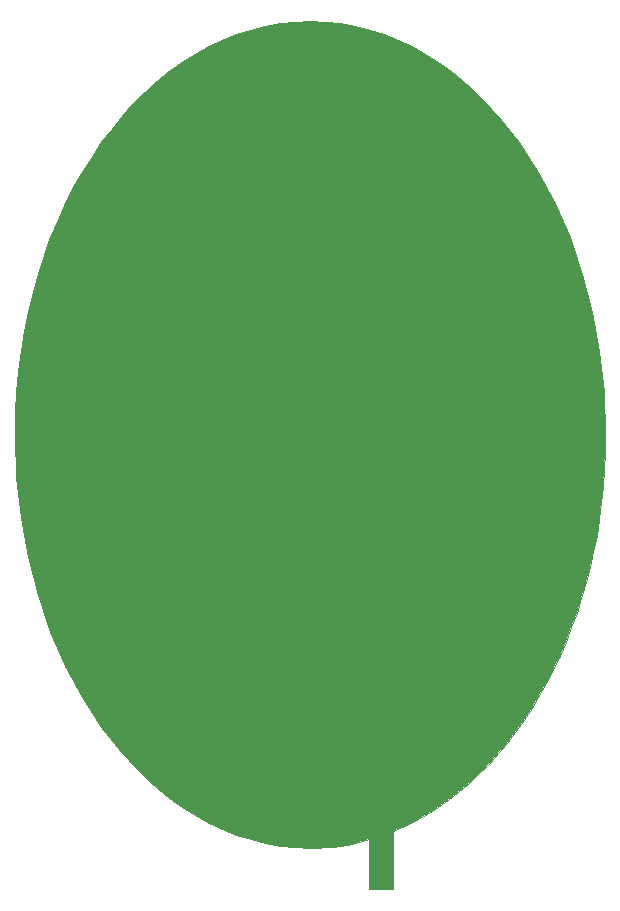
<source format=gbr>
%TF.GenerationSoftware,KiCad,Pcbnew,6.0.1+dfsg-1~bpo11+1*%
%TF.CreationDate,2022-01-30T15:20:26-08:00*%
%TF.ProjectId,Stator,53746174-6f72-42e6-9b69-6361645f7063,rev?*%
%TF.SameCoordinates,Original*%
%TF.FileFunction,Copper,L2,Bot*%
%TF.FilePolarity,Positive*%
%FSLAX46Y46*%
G04 Gerber Fmt 4.6, Leading zero omitted, Abs format (unit mm)*
G04 Created by KiCad (PCBNEW 6.0.1+dfsg-1~bpo11+1) date 2022-01-30 15:20:26*
%MOMM*%
%LPD*%
G01*
G04 APERTURE LIST*
%TA.AperFunction,NonConductor*%
%ADD10C,0.010000*%
%TD*%
%TA.AperFunction,ComponentPad*%
%ADD11C,2.500000*%
%TD*%
G04 APERTURE END LIST*
D10*
X50000235Y-25000210D02*
X48713739Y-25045750D01*
X48713739Y-25045750D02*
X47444131Y-25180907D01*
X47444131Y-25180907D02*
X46192983Y-25403482D01*
X46192983Y-25403482D02*
X44961865Y-25711276D01*
X44961865Y-25711276D02*
X43752347Y-26102091D01*
X43752347Y-26102091D02*
X42566002Y-26573726D01*
X42566002Y-26573726D02*
X41404399Y-27123984D01*
X41404399Y-27123984D02*
X40269109Y-27750664D01*
X40269109Y-27750664D02*
X39161703Y-28451567D01*
X39161703Y-28451567D02*
X38083752Y-29224496D01*
X38083752Y-29224496D02*
X37036827Y-30067249D01*
X37036827Y-30067249D02*
X36022499Y-30977630D01*
X36022499Y-30977630D02*
X35042337Y-31953437D01*
X35042337Y-31953437D02*
X34097914Y-32992472D01*
X34097914Y-32992472D02*
X33190799Y-34092537D01*
X33190799Y-34092537D02*
X32322565Y-35251431D01*
X32322565Y-35251431D02*
X31494780Y-36466956D01*
X31494780Y-36466956D02*
X30709017Y-37736913D01*
X30709017Y-37736913D02*
X29966846Y-39059102D01*
X29966846Y-39059102D02*
X29269838Y-40431325D01*
X29269838Y-40431325D02*
X28619563Y-41851382D01*
X28619563Y-41851382D02*
X28017593Y-43317074D01*
X28017593Y-43317074D02*
X27465498Y-44826203D01*
X27465498Y-44826203D02*
X26964849Y-46376569D01*
X26964849Y-46376569D02*
X26517217Y-47965972D01*
X26517217Y-47965972D02*
X26124172Y-49592214D01*
X26124172Y-49592214D02*
X25787286Y-51253096D01*
X25787286Y-51253096D02*
X25508129Y-52946419D01*
X25508129Y-52946419D02*
X25288272Y-54669983D01*
X25288272Y-54669983D02*
X25129286Y-56421590D01*
X25129286Y-56421590D02*
X25032741Y-58199040D01*
X25032741Y-58199040D02*
X25000209Y-60000134D01*
X25000209Y-60000134D02*
X25129281Y-63578666D01*
X25129281Y-63578666D02*
X25508120Y-67053826D01*
X25508120Y-67053826D02*
X26124158Y-70408023D01*
X26124158Y-70408023D02*
X26964830Y-73623663D01*
X26964830Y-73623663D02*
X28017570Y-76683154D01*
X28017570Y-76683154D02*
X29269811Y-79568901D01*
X29269811Y-79568901D02*
X30708987Y-82263312D01*
X30708987Y-82263312D02*
X32322531Y-84748794D01*
X32322531Y-84748794D02*
X34097877Y-87007754D01*
X34097877Y-87007754D02*
X36022459Y-89022600D01*
X36022459Y-89022600D02*
X37036787Y-89932982D01*
X37036787Y-89932982D02*
X38083711Y-90775738D01*
X38083711Y-90775738D02*
X39161660Y-91548668D01*
X39161660Y-91548668D02*
X40269065Y-92249574D01*
X40269065Y-92249574D02*
X41404354Y-92876257D01*
X41404354Y-92876257D02*
X42565956Y-93426517D01*
X42565956Y-93426517D02*
X43752301Y-93898156D01*
X43752301Y-93898156D02*
X44961818Y-94288973D01*
X44961818Y-94288973D02*
X46192936Y-94596771D01*
X46192936Y-94596771D02*
X47444084Y-94819350D01*
X47444084Y-94819350D02*
X48713691Y-94954510D01*
X48713691Y-94954510D02*
X50000187Y-95000053D01*
X50000187Y-95000053D02*
X50629801Y-94987245D01*
X50629801Y-94987245D02*
X51258680Y-94952264D01*
X51258680Y-94952264D02*
X51886529Y-94895154D01*
X51886529Y-94895154D02*
X52513050Y-94815958D01*
X52513050Y-94815958D02*
X53137947Y-94714718D01*
X53137947Y-94714718D02*
X53760923Y-94591478D01*
X53760923Y-94591478D02*
X54381682Y-94446280D01*
X54381682Y-94446280D02*
X54999928Y-94279167D01*
X54999928Y-94279167D02*
X54999928Y-98500099D01*
X54999928Y-98500099D02*
X56999805Y-98500099D01*
X56999805Y-98500099D02*
X56999805Y-93597557D01*
X56999805Y-93597557D02*
X57989856Y-93162133D01*
X57989856Y-93162133D02*
X58959646Y-92673395D01*
X58959646Y-92673395D02*
X59908442Y-92132709D01*
X59908442Y-92132709D02*
X60835514Y-91541444D01*
X60835514Y-91541444D02*
X61740127Y-90900965D01*
X61740127Y-90900965D02*
X62621551Y-90212640D01*
X62621551Y-90212640D02*
X63479052Y-89477836D01*
X63479052Y-89477836D02*
X64311898Y-88697919D01*
X64311898Y-88697919D02*
X65119357Y-87874257D01*
X65119357Y-87874257D02*
X65900697Y-87008216D01*
X65900697Y-87008216D02*
X66655185Y-86101163D01*
X66655185Y-86101163D02*
X67382089Y-85154465D01*
X67382089Y-85154465D02*
X68080677Y-84169489D01*
X68080677Y-84169489D02*
X68750216Y-83147602D01*
X68750216Y-83147602D02*
X69389974Y-82090171D01*
X69389974Y-82090171D02*
X69999218Y-80998563D01*
X69999218Y-80998563D02*
X70577217Y-79874145D01*
X70577217Y-79874145D02*
X71123238Y-78718283D01*
X71123238Y-78718283D02*
X71636549Y-77532345D01*
X71636549Y-77532345D02*
X72116417Y-76317697D01*
X72116417Y-76317697D02*
X72562110Y-75075706D01*
X72562110Y-75075706D02*
X72972896Y-73807740D01*
X72972896Y-73807740D02*
X73348042Y-72515165D01*
X73348042Y-72515165D02*
X73686816Y-71199347D01*
X73686816Y-71199347D02*
X73988486Y-69861655D01*
X73988486Y-69861655D02*
X74252320Y-68503455D01*
X74252320Y-68503455D02*
X74477584Y-67126113D01*
X74477584Y-67126113D02*
X74663547Y-65730998D01*
X74663547Y-65730998D02*
X74809477Y-64319474D01*
X74809477Y-64319474D02*
X74914640Y-62892911D01*
X74914640Y-62892911D02*
X74978306Y-61452674D01*
X74978306Y-61452674D02*
X74999741Y-60000130D01*
X74999741Y-60000130D02*
X74870672Y-56421649D01*
X74870672Y-56421649D02*
X74491844Y-52946535D01*
X74491844Y-52946535D02*
X73875822Y-49592379D01*
X73875822Y-49592379D02*
X73035172Y-46376775D01*
X73035172Y-46376775D02*
X71982459Y-43317316D01*
X71982459Y-43317316D02*
X70730249Y-40431592D01*
X70730249Y-40431592D02*
X69291108Y-37737198D01*
X69291108Y-37737198D02*
X67677602Y-35251724D01*
X67677602Y-35251724D02*
X65902295Y-32992765D01*
X65902295Y-32992765D02*
X63977755Y-30977912D01*
X63977755Y-30977912D02*
X62963449Y-30067523D01*
X62963449Y-30067523D02*
X61916547Y-29224758D01*
X61916547Y-29224758D02*
X60838619Y-28451816D01*
X60838619Y-28451816D02*
X59731236Y-27750895D01*
X59731236Y-27750895D02*
X58595969Y-27124196D01*
X58595969Y-27124196D02*
X57434388Y-26573916D01*
X57434388Y-26573916D02*
X56248065Y-26102256D01*
X56248065Y-26102256D02*
X55038569Y-25711413D01*
X55038569Y-25711413D02*
X53807472Y-25403588D01*
X53807472Y-25403588D02*
X52556345Y-25180979D01*
X52556345Y-25180979D02*
X51286757Y-25045786D01*
X51286757Y-25045786D02*
X50000280Y-25000206D01*
X50000280Y-25000206D02*
X50000235Y-25000210D01*
X50000235Y-25000210D02*
X50000235Y-25000210D01*
G36*
X51286757Y-25045786D02*
G01*
X52556345Y-25180979D01*
X53807472Y-25403588D01*
X55038569Y-25711413D01*
X56248065Y-26102256D01*
X57434388Y-26573916D01*
X58595969Y-27124196D01*
X59731236Y-27750895D01*
X60838619Y-28451816D01*
X61916547Y-29224758D01*
X62963449Y-30067523D01*
X63977755Y-30977912D01*
X65902295Y-32992765D01*
X67677602Y-35251724D01*
X69291108Y-37737198D01*
X70730249Y-40431592D01*
X71982459Y-43317316D01*
X73035172Y-46376775D01*
X73875822Y-49592379D01*
X74491844Y-52946535D01*
X74870672Y-56421649D01*
X74999741Y-60000130D01*
X74978306Y-61452674D01*
X74914640Y-62892911D01*
X74809477Y-64319474D01*
X74663547Y-65730998D01*
X74477584Y-67126113D01*
X74252320Y-68503455D01*
X73988486Y-69861655D01*
X73686816Y-71199347D01*
X73348042Y-72515165D01*
X72972896Y-73807740D01*
X72562110Y-75075706D01*
X72116417Y-76317697D01*
X71636549Y-77532345D01*
X71123238Y-78718283D01*
X70577217Y-79874145D01*
X69999218Y-80998563D01*
X69389974Y-82090171D01*
X68750216Y-83147602D01*
X68080677Y-84169489D01*
X67382089Y-85154465D01*
X66655185Y-86101163D01*
X65900697Y-87008216D01*
X65119357Y-87874257D01*
X64311898Y-88697919D01*
X63479052Y-89477836D01*
X62621551Y-90212640D01*
X61740127Y-90900965D01*
X60835514Y-91541444D01*
X59908442Y-92132709D01*
X58959646Y-92673395D01*
X57989856Y-93162133D01*
X56999805Y-93597557D01*
X56999805Y-98500099D01*
X54999928Y-98500099D01*
X54999928Y-94279167D01*
X54381682Y-94446280D01*
X53760923Y-94591478D01*
X53137947Y-94714718D01*
X52513050Y-94815958D01*
X51886529Y-94895154D01*
X51258680Y-94952264D01*
X50629801Y-94987245D01*
X50000187Y-95000053D01*
X48713691Y-94954510D01*
X47444084Y-94819350D01*
X46192936Y-94596771D01*
X44961818Y-94288973D01*
X43752301Y-93898156D01*
X42565956Y-93426517D01*
X41404354Y-92876257D01*
X40269065Y-92249574D01*
X39161660Y-91548668D01*
X38083711Y-90775738D01*
X37036787Y-89932982D01*
X36022459Y-89022600D01*
X34097877Y-87007754D01*
X32322531Y-84748794D01*
X30708987Y-82263312D01*
X29269811Y-79568901D01*
X28017570Y-76683154D01*
X26964830Y-73623663D01*
X26124158Y-70408023D01*
X25508120Y-67053826D01*
X25129281Y-63578666D01*
X25000209Y-60000134D01*
X25032741Y-58199040D01*
X25129286Y-56421590D01*
X25288272Y-54669983D01*
X25508129Y-52946419D01*
X25787286Y-51253096D01*
X26124172Y-49592214D01*
X26517217Y-47965972D01*
X26964849Y-46376569D01*
X27465498Y-44826203D01*
X28017593Y-43317074D01*
X28619563Y-41851382D01*
X29269838Y-40431325D01*
X29966846Y-39059102D01*
X30709017Y-37736913D01*
X31494780Y-36466956D01*
X32322565Y-35251431D01*
X33190799Y-34092537D01*
X34097914Y-32992472D01*
X35042337Y-31953437D01*
X36022499Y-30977630D01*
X37036827Y-30067249D01*
X38083752Y-29224496D01*
X39161703Y-28451567D01*
X40269109Y-27750664D01*
X41404399Y-27123984D01*
X42566002Y-26573726D01*
X43752347Y-26102091D01*
X44961865Y-25711276D01*
X46192983Y-25403482D01*
X47444131Y-25180907D01*
X48713739Y-25045750D01*
X50000235Y-25000210D01*
X50000280Y-25000206D01*
X51286757Y-25045786D01*
G37*
X51286757Y-25045786D02*
X52556345Y-25180979D01*
X53807472Y-25403588D01*
X55038569Y-25711413D01*
X56248065Y-26102256D01*
X57434388Y-26573916D01*
X58595969Y-27124196D01*
X59731236Y-27750895D01*
X60838619Y-28451816D01*
X61916547Y-29224758D01*
X62963449Y-30067523D01*
X63977755Y-30977912D01*
X65902295Y-32992765D01*
X67677602Y-35251724D01*
X69291108Y-37737198D01*
X70730249Y-40431592D01*
X71982459Y-43317316D01*
X73035172Y-46376775D01*
X73875822Y-49592379D01*
X74491844Y-52946535D01*
X74870672Y-56421649D01*
X74999741Y-60000130D01*
X74978306Y-61452674D01*
X74914640Y-62892911D01*
X74809477Y-64319474D01*
X74663547Y-65730998D01*
X74477584Y-67126113D01*
X74252320Y-68503455D01*
X73988486Y-69861655D01*
X73686816Y-71199347D01*
X73348042Y-72515165D01*
X72972896Y-73807740D01*
X72562110Y-75075706D01*
X72116417Y-76317697D01*
X71636549Y-77532345D01*
X71123238Y-78718283D01*
X70577217Y-79874145D01*
X69999218Y-80998563D01*
X69389974Y-82090171D01*
X68750216Y-83147602D01*
X68080677Y-84169489D01*
X67382089Y-85154465D01*
X66655185Y-86101163D01*
X65900697Y-87008216D01*
X65119357Y-87874257D01*
X64311898Y-88697919D01*
X63479052Y-89477836D01*
X62621551Y-90212640D01*
X61740127Y-90900965D01*
X60835514Y-91541444D01*
X59908442Y-92132709D01*
X58959646Y-92673395D01*
X57989856Y-93162133D01*
X56999805Y-93597557D01*
X56999805Y-98500099D01*
X54999928Y-98500099D01*
X54999928Y-94279167D01*
X54381682Y-94446280D01*
X53760923Y-94591478D01*
X53137947Y-94714718D01*
X52513050Y-94815958D01*
X51886529Y-94895154D01*
X51258680Y-94952264D01*
X50629801Y-94987245D01*
X50000187Y-95000053D01*
X48713691Y-94954510D01*
X47444084Y-94819350D01*
X46192936Y-94596771D01*
X44961818Y-94288973D01*
X43752301Y-93898156D01*
X42565956Y-93426517D01*
X41404354Y-92876257D01*
X40269065Y-92249574D01*
X39161660Y-91548668D01*
X38083711Y-90775738D01*
X37036787Y-89932982D01*
X36022459Y-89022600D01*
X34097877Y-87007754D01*
X32322531Y-84748794D01*
X30708987Y-82263312D01*
X29269811Y-79568901D01*
X28017570Y-76683154D01*
X26964830Y-73623663D01*
X26124158Y-70408023D01*
X25508120Y-67053826D01*
X25129281Y-63578666D01*
X25000209Y-60000134D01*
X25032741Y-58199040D01*
X25129286Y-56421590D01*
X25288272Y-54669983D01*
X25508129Y-52946419D01*
X25787286Y-51253096D01*
X26124172Y-49592214D01*
X26517217Y-47965972D01*
X26964849Y-46376569D01*
X27465498Y-44826203D01*
X28017593Y-43317074D01*
X28619563Y-41851382D01*
X29269838Y-40431325D01*
X29966846Y-39059102D01*
X30709017Y-37736913D01*
X31494780Y-36466956D01*
X32322565Y-35251431D01*
X33190799Y-34092537D01*
X34097914Y-32992472D01*
X35042337Y-31953437D01*
X36022499Y-30977630D01*
X37036827Y-30067249D01*
X38083752Y-29224496D01*
X39161703Y-28451567D01*
X40269109Y-27750664D01*
X41404399Y-27123984D01*
X42566002Y-26573726D01*
X43752347Y-26102091D01*
X44961865Y-25711276D01*
X46192983Y-25403482D01*
X47444131Y-25180907D01*
X48713739Y-25045750D01*
X50000235Y-25000210D01*
X50000280Y-25000206D01*
X51286757Y-25045786D01*
D11*
%TO.P,,1*%
%TO.N,N/C*%
X34250000Y-85000000D03*
%TD*%
%TO.P,,1*%
%TO.N,N/C*%
X29750000Y-77500000D03*
%TD*%
%TO.P,,1*%
%TO.N,N/C*%
X29750000Y-42500000D03*
%TD*%
%TO.P,,1*%
%TO.N,N/C*%
X34250000Y-35000000D03*
%TD*%
%TO.P,,1*%
%TO.N,N/C*%
X37250000Y-70000000D03*
%TD*%
%TO.P,,1*%
%TO.N,N/C*%
X56750000Y-82500000D03*
%TD*%
%TO.P,,1*%
%TO.N,N/C*%
X38750000Y-62500000D03*
%TD*%
%TO.P,,1*%
%TO.N,N/C*%
X50750000Y-77500000D03*
%TD*%
%TO.P,,1*%
%TO.N,N/C*%
X64250000Y-60000000D03*
%TD*%
%TO.P,,1*%
%TO.N,N/C*%
X53750000Y-52500000D03*
%TD*%
%TO.P,,1*%
%TO.N,N/C*%
X44750000Y-52500000D03*
%TD*%
%TO.P,,1*%
%TO.N,N/C*%
X56750000Y-37500000D03*
%TD*%
%TO.P,,1*%
%TO.N,N/C*%
X43250000Y-30000000D03*
%TD*%
%TO.P,,1*%
%TO.N,N/C*%
X52250000Y-45000000D03*
%TD*%
%TO.P,,1*%
%TO.N,N/C*%
X62750000Y-32500000D03*
%TD*%
%TO.P,,1*%
%TO.N,N/C*%
X68750000Y-42500000D03*
%TD*%
%TO.P,,1*%
%TO.N,N/C*%
X59750000Y-72500000D03*
%TD*%
%TO.P,,1*%
%TO.N,N/C*%
X34250000Y-40000000D03*
%TD*%
%TO.P,,1*%
%TO.N,N/C*%
X49250000Y-65000000D03*
%TD*%
%TO.P,,1*%
%TO.N,N/C*%
X37250000Y-40000000D03*
%TD*%
%TO.P,,1*%
%TO.N,N/C*%
X49250000Y-60000000D03*
%TD*%
%TO.P,,1*%
%TO.N,N/C*%
X58250000Y-75000000D03*
%TD*%
%TO.P,,1*%
%TO.N,N/C*%
X61250000Y-55000000D03*
%TD*%
%TO.P,,1*%
%TO.N,N/C*%
X53750000Y-82500000D03*
%TD*%
%TO.P,,1*%
%TO.N,N/C*%
X40250000Y-55000000D03*
%TD*%
%TO.P,,1*%
%TO.N,N/C*%
X35750000Y-47500000D03*
%TD*%
%TO.P,,1*%
%TO.N,N/C*%
X61250000Y-50000000D03*
%TD*%
%TO.P,,1*%
%TO.N,N/C*%
X61250000Y-65000000D03*
%TD*%
%TO.P,,1*%
%TO.N,N/C*%
X58250000Y-70000000D03*
%TD*%
%TO.P,,1*%
%TO.N,N/C*%
X49250000Y-40000000D03*
%TD*%
%TO.P,,1*%
%TO.N,N/C*%
X53750000Y-72500000D03*
%TD*%
%TO.P,,1*%
%TO.N,N/C*%
X59750000Y-87500000D03*
%TD*%
%TO.P,,1*%
%TO.N,N/C*%
X38750000Y-82500000D03*
%TD*%
%TO.P,,1*%
%TO.N,N/C*%
X28250000Y-70000000D03*
%TD*%
%TO.P,,1*%
%TO.N,N/C*%
X35750000Y-82500000D03*
%TD*%
%TO.P,,1*%
%TO.N,N/C*%
X70250000Y-70000000D03*
%TD*%
%TO.P,,1*%
%TO.N,N/C*%
X37250000Y-65000000D03*
%TD*%
%TO.P,,1*%
%TO.N,N/C*%
X50750000Y-52500000D03*
%TD*%
%TO.P,,1*%
%TO.N,N/C*%
X52250000Y-30000000D03*
%TD*%
%TO.P,,1*%
%TO.N,N/C*%
X61250000Y-60000000D03*
%TD*%
%TO.P,,1*%
%TO.N,N/C*%
X55250000Y-65000000D03*
%TD*%
%TO.P,,1*%
%TO.N,N/C*%
X67250000Y-70000000D03*
%TD*%
%TO.P,,1*%
%TO.N,N/C*%
X31250000Y-50000000D03*
%TD*%
%TO.P,,1*%
%TO.N,N/C*%
X43250000Y-55000000D03*
%TD*%
%TO.P,,1*%
%TO.N,N/C*%
X61250000Y-35000000D03*
%TD*%
%TO.P,,1*%
%TO.N,N/C*%
X28250000Y-55000000D03*
%TD*%
%TO.P,,1*%
%TO.N,N/C*%
X31250000Y-55000000D03*
%TD*%
%TO.P,,1*%
%TO.N,N/C*%
X35750000Y-37500000D03*
%TD*%
%TO.P,,1*%
%TO.N,N/C*%
X38750000Y-32500000D03*
%TD*%
%TO.P,,1*%
%TO.N,N/C*%
X65750000Y-42500000D03*
%TD*%
%TO.P,,1*%
%TO.N,N/C*%
X68750000Y-67500000D03*
%TD*%
%TO.P,,1*%
%TO.N,N/C*%
X47750000Y-32500000D03*
%TD*%
%TO.P,,1*%
%TO.N,N/C*%
X53750000Y-32500000D03*
%TD*%
%TO.P,,1*%
%TO.N,N/C*%
X41750000Y-57500000D03*
%TD*%
%TO.P,,1*%
%TO.N,N/C*%
X62750000Y-72500000D03*
%TD*%
%TO.P,,1*%
%TO.N,N/C*%
X38750000Y-42500000D03*
%TD*%
%TO.P,,1*%
%TO.N,N/C*%
X46250000Y-35000000D03*
%TD*%
%TO.P,,1*%
%TO.N,N/C*%
X31250000Y-75000000D03*
%TD*%
%TO.P,,1*%
%TO.N,N/C*%
X50750000Y-32500000D03*
%TD*%
%TO.P,,1*%
%TO.N,N/C*%
X70250000Y-55000000D03*
%TD*%
%TO.P,,1*%
%TO.N,N/C*%
X46250000Y-40000000D03*
%TD*%
%TO.P,,1*%
%TO.N,N/C*%
X46250000Y-75000000D03*
%TD*%
%TO.P,,1*%
%TO.N,N/C*%
X44750000Y-72500000D03*
%TD*%
%TO.P,,1*%
%TO.N,N/C*%
X32750000Y-47500000D03*
%TD*%
%TO.P,,1*%
%TO.N,N/C*%
X62750000Y-57500000D03*
%TD*%
%TO.P,,1*%
%TO.N,N/C*%
X52250000Y-80000000D03*
%TD*%
%TO.P,,1*%
%TO.N,N/C*%
X35750000Y-42500000D03*
%TD*%
%TO.P,,1*%
%TO.N,N/C*%
X40250000Y-45000000D03*
%TD*%
%TO.P,,1*%
%TO.N,N/C*%
X34250000Y-70000000D03*
%TD*%
%TO.P,,1*%
%TO.N,N/C*%
X28250000Y-60000000D03*
%TD*%
%TO.P,,1*%
%TO.N,N/C*%
X61250000Y-70000000D03*
%TD*%
%TO.P,,1*%
%TO.N,N/C*%
X35750000Y-62500000D03*
%TD*%
%TO.P,,1*%
%TO.N,N/C*%
X65750000Y-52500000D03*
%TD*%
%TO.P,,1*%
%TO.N,N/C*%
X73250000Y-65000000D03*
%TD*%
%TO.P,,1*%
%TO.N,N/C*%
X49250000Y-35000000D03*
%TD*%
%TO.P,,1*%
%TO.N,N/C*%
X43250000Y-45000000D03*
%TD*%
%TO.P,,1*%
%TO.N,N/C*%
X47750000Y-62500000D03*
%TD*%
%TO.P,,1*%
%TO.N,N/C*%
X55250000Y-35000000D03*
%TD*%
%TO.P,,1*%
%TO.N,N/C*%
X58250000Y-55000000D03*
%TD*%
%TO.P,,1*%
%TO.N,N/C*%
X59750000Y-47500000D03*
%TD*%
%TO.P,,1*%
%TO.N,N/C*%
X55250000Y-30000000D03*
%TD*%
%TO.P,,1*%
%TO.N,N/C*%
X53750000Y-92500000D03*
%TD*%
%TO.P,,1*%
%TO.N,N/C*%
X46250000Y-90000000D03*
%TD*%
%TO.P,,1*%
%TO.N,N/C*%
X34250000Y-45000000D03*
%TD*%
%TO.P,,1*%
%TO.N,N/C*%
X70250000Y-45000000D03*
%TD*%
%TO.P,,1*%
%TO.N,N/C*%
X49250000Y-75000000D03*
%TD*%
%TO.P,,1*%
%TO.N,N/C*%
X32750000Y-57500000D03*
%TD*%
%TO.P,,1*%
%TO.N,N/C*%
X47750000Y-37500000D03*
%TD*%
%TO.P,,1*%
%TO.N,N/C*%
X43250000Y-50000000D03*
%TD*%
%TO.P,,1*%
%TO.N,N/C*%
X68750000Y-47500000D03*
%TD*%
%TO.P,,1*%
%TO.N,N/C*%
X58250000Y-30000000D03*
%TD*%
%TO.P,,1*%
%TO.N,N/C*%
X55250000Y-55000000D03*
%TD*%
%TO.P,,1*%
%TO.N,N/C*%
X38750000Y-57500000D03*
%TD*%
%TO.P,,1*%
%TO.N,N/C*%
X47750000Y-57500000D03*
%TD*%
%TO.P,,1*%
%TO.N,N/C*%
X26750000Y-62500000D03*
%TD*%
%TO.P,,1*%
%TO.N,N/C*%
X65750000Y-77500000D03*
%TD*%
%TO.P,,1*%
%TO.N,N/C*%
X29750000Y-67500000D03*
%TD*%
%TO.P,,1*%
%TO.N,N/C*%
X38750000Y-77500000D03*
%TD*%
%TO.P,,1*%
%TO.N,N/C*%
X46250000Y-70000000D03*
%TD*%
%TO.P,,1*%
%TO.N,N/C*%
X47750000Y-27500000D03*
%TD*%
%TO.P,,1*%
%TO.N,N/C*%
X40250000Y-40000000D03*
%TD*%
%TO.P,,1*%
%TO.N,N/C*%
X44750000Y-37500000D03*
%TD*%
%TO.P,,1*%
%TO.N,N/C*%
X58250000Y-65000000D03*
%TD*%
%TO.P,,1*%
%TO.N,N/C*%
X50750000Y-62500000D03*
%TD*%
%TO.P,,1*%
%TO.N,N/C*%
X73250000Y-60000000D03*
%TD*%
%TO.P,,1*%
%TO.N,N/C*%
X59750000Y-57500000D03*
%TD*%
%TO.P,,1*%
%TO.N,N/C*%
X44750000Y-77500000D03*
%TD*%
%TO.P,,1*%
%TO.N,N/C*%
X61250000Y-45000000D03*
%TD*%
%TO.P,,1*%
%TO.N,N/C*%
X64250000Y-40000000D03*
%TD*%
%TO.P,,1*%
%TO.N,N/C*%
X56750000Y-42500000D03*
%TD*%
%TO.P,,1*%
%TO.N,N/C*%
X40250000Y-90000000D03*
%TD*%
%TO.P,,1*%
%TO.N,N/C*%
X46250000Y-50000000D03*
%TD*%
%TO.P,,1*%
%TO.N,N/C*%
X43250000Y-80000000D03*
%TD*%
%TO.P,,1*%
%TO.N,N/C*%
X58250000Y-40000000D03*
%TD*%
%TO.P,,1*%
%TO.N,N/C*%
X44750000Y-42500000D03*
%TD*%
%TO.P,,1*%
%TO.N,N/C*%
X41750000Y-52500000D03*
%TD*%
%TO.P,,1*%
%TO.N,N/C*%
X73250000Y-55000000D03*
%TD*%
%TO.P,,1*%
%TO.N,N/C*%
X37250000Y-80000000D03*
%TD*%
%TO.P,,1*%
%TO.N,N/C*%
X50750000Y-37500000D03*
%TD*%
%TO.P,,1*%
%TO.N,N/C*%
X50750000Y-92500000D03*
%TD*%
%TO.P,,1*%
%TO.N,N/C*%
X43250000Y-35000000D03*
%TD*%
%TO.P,,1*%
%TO.N,N/C*%
X56750000Y-72500000D03*
%TD*%
%TO.P,,1*%
%TO.N,N/C*%
X47750000Y-77500000D03*
%TD*%
%TO.P,,1*%
%TO.N,N/C*%
X29750000Y-62500000D03*
%TD*%
%TO.P,,1*%
%TO.N,N/C*%
X53750000Y-57500000D03*
%TD*%
%TO.P,,1*%
%TO.N,N/C*%
X55250000Y-90000000D03*
%TD*%
%TO.P,,1*%
%TO.N,N/C*%
X67250000Y-60000000D03*
%TD*%
%TO.P,,1*%
%TO.N,N/C*%
X29750000Y-52500000D03*
%TD*%
%TO.P,,1*%
%TO.N,N/C*%
X44750000Y-27500000D03*
%TD*%
%TO.P,,1*%
%TO.N,N/C*%
X59750000Y-77500000D03*
%TD*%
%TO.P,,1*%
%TO.N,N/C*%
X44750000Y-57500000D03*
%TD*%
%TO.P,,1*%
%TO.N,N/C*%
X32750000Y-72500000D03*
%TD*%
%TO.P,,1*%
%TO.N,N/C*%
X49250000Y-70000000D03*
%TD*%
%TO.P,,1*%
%TO.N,N/C*%
X32750000Y-37500000D03*
%TD*%
%TO.P,,1*%
%TO.N,N/C*%
X41750000Y-62500000D03*
%TD*%
%TO.P,,1*%
%TO.N,N/C*%
X58250000Y-35000000D03*
%TD*%
%TO.P,,1*%
%TO.N,N/C*%
X68750000Y-57500000D03*
%TD*%
%TO.P,,1*%
%TO.N,N/C*%
X31250000Y-80000000D03*
%TD*%
%TO.P,,1*%
%TO.N,N/C*%
X40250000Y-35000000D03*
%TD*%
%TO.P,,1*%
%TO.N,N/C*%
X41750000Y-72500000D03*
%TD*%
%TO.P,,1*%
%TO.N,N/C*%
X70250000Y-60000000D03*
%TD*%
%TO.P,,1*%
%TO.N,N/C*%
X35750000Y-77500000D03*
%TD*%
%TO.P,,1*%
%TO.N,N/C*%
X62750000Y-62500000D03*
%TD*%
%TO.P,,1*%
%TO.N,N/C*%
X49250000Y-55000000D03*
%TD*%
%TO.P,,1*%
%TO.N,N/C*%
X71750000Y-52500000D03*
%TD*%
%TO.P,,1*%
%TO.N,N/C*%
X34250000Y-75000000D03*
%TD*%
%TO.P,,1*%
%TO.N,N/C*%
X65750000Y-82500000D03*
%TD*%
%TO.P,,1*%
%TO.N,N/C*%
X38750000Y-72500000D03*
%TD*%
%TO.P,,1*%
%TO.N,N/C*%
X38750000Y-37500000D03*
%TD*%
%TO.P,,1*%
%TO.N,N/C*%
X56750000Y-87500000D03*
%TD*%
%TO.P,,1*%
%TO.N,N/C*%
X53750000Y-77500000D03*
%TD*%
%TO.P,,1*%
%TO.N,N/C*%
X41750000Y-82500000D03*
%TD*%
%TO.P,,1*%
%TO.N,N/C*%
X68750000Y-62500000D03*
%TD*%
%TO.P,,1*%
%TO.N,N/C*%
X64250000Y-65000000D03*
%TD*%
%TO.P,,1*%
%TO.N,N/C*%
X37250000Y-85000000D03*
%TD*%
%TO.P,,1*%
%TO.N,N/C*%
X37250000Y-45000000D03*
%TD*%
%TO.P,,1*%
%TO.N,N/C*%
X44750000Y-47500000D03*
%TD*%
%TO.P,,1*%
%TO.N,N/C*%
X44750000Y-32500000D03*
%TD*%
%TO.P,,1*%
%TO.N,N/C*%
X47750000Y-52500000D03*
%TD*%
%TO.P,,1*%
%TO.N,N/C*%
X64250000Y-85000000D03*
%TD*%
%TO.P,,1*%
%TO.N,N/C*%
X67250000Y-45000000D03*
%TD*%
%TO.P,,1*%
%TO.N,N/C*%
X58250000Y-45000000D03*
%TD*%
%TO.P,,1*%
%TO.N,N/C*%
X52250000Y-40000000D03*
%TD*%
%TO.P,,1*%
%TO.N,N/C*%
X58250000Y-90000000D03*
%TD*%
%TO.P,,1*%
%TO.N,N/C*%
X43250000Y-60000000D03*
%TD*%
%TO.P,,1*%
%TO.N,N/C*%
X26750000Y-57500000D03*
%TD*%
%TO.P,,1*%
%TO.N,N/C*%
X46250000Y-45000000D03*
%TD*%
%TO.P,,1*%
%TO.N,N/C*%
X67250000Y-50000000D03*
%TD*%
%TO.P,,1*%
%TO.N,N/C*%
X34250000Y-65000000D03*
%TD*%
%TO.P,,1*%
%TO.N,N/C*%
X56750000Y-47500000D03*
%TD*%
%TO.P,,1*%
%TO.N,N/C*%
X41750000Y-77500000D03*
%TD*%
%TO.P,,1*%
%TO.N,N/C*%
X58250000Y-85000000D03*
%TD*%
%TO.P,,1*%
%TO.N,N/C*%
X43250000Y-65000000D03*
%TD*%
%TO.P,,1*%
%TO.N,N/C*%
X52250000Y-70000000D03*
%TD*%
%TO.P,,1*%
%TO.N,N/C*%
X52250000Y-50000000D03*
%TD*%
%TO.P,,1*%
%TO.N,N/C*%
X62750000Y-52500000D03*
%TD*%
%TO.P,,1*%
%TO.N,N/C*%
X40250000Y-85000000D03*
%TD*%
%TO.P,,1*%
%TO.N,N/C*%
X64250000Y-80000000D03*
%TD*%
%TO.P,,1*%
%TO.N,N/C*%
X32750000Y-67500000D03*
%TD*%
%TO.P,,1*%
%TO.N,N/C*%
X52250000Y-85000000D03*
%TD*%
%TO.P,,1*%
%TO.N,N/C*%
X70250000Y-75000000D03*
%TD*%
%TO.P,,1*%
%TO.N,N/C*%
X44750000Y-67500000D03*
%TD*%
%TO.P,,1*%
%TO.N,N/C*%
X65750000Y-47500000D03*
%TD*%
%TO.P,,1*%
%TO.N,N/C*%
X52250000Y-35000000D03*
%TD*%
%TO.P,,1*%
%TO.N,N/C*%
X29750000Y-47500000D03*
%TD*%
%TO.P,,1*%
%TO.N,N/C*%
X44750000Y-92500000D03*
%TD*%
%TO.P,,1*%
%TO.N,N/C*%
X62750000Y-87500000D03*
%TD*%
%TO.P,,1*%
%TO.N,N/C*%
X50750000Y-27500000D03*
%TD*%
%TO.P,,1*%
%TO.N,N/C*%
X58250000Y-80000000D03*
%TD*%
%TO.P,,1*%
%TO.N,N/C*%
X50750000Y-67500000D03*
%TD*%
%TO.P,,1*%
%TO.N,N/C*%
X47750000Y-42500000D03*
%TD*%
%TO.P,,1*%
%TO.N,N/C*%
X61250000Y-85000000D03*
%TD*%
%TO.P,,1*%
%TO.N,N/C*%
X53750000Y-37500000D03*
%TD*%
%TO.P,,1*%
%TO.N,N/C*%
X49250000Y-80000000D03*
%TD*%
%TO.P,,1*%
%TO.N,N/C*%
X61250000Y-40000000D03*
%TD*%
%TO.P,,1*%
%TO.N,N/C*%
X68750000Y-72500000D03*
%TD*%
%TO.P,,1*%
%TO.N,N/C*%
X56750000Y-62500000D03*
%TD*%
%TO.P,,1*%
%TO.N,N/C*%
X38750000Y-87500000D03*
%TD*%
%TO.P,,1*%
%TO.N,N/C*%
X34250000Y-60000000D03*
%TD*%
%TO.P,,1*%
%TO.N,N/C*%
X32750000Y-42500000D03*
%TD*%
%TO.P,,1*%
%TO.N,N/C*%
X49250000Y-85000000D03*
%TD*%
%TO.P,,1*%
%TO.N,N/C*%
X34250000Y-80000000D03*
%TD*%
%TO.P,,1*%
%TO.N,N/C*%
X70250000Y-50000000D03*
%TD*%
%TO.P,,1*%
%TO.N,N/C*%
X61250000Y-75000000D03*
%TD*%
%TO.P,,1*%
%TO.N,N/C*%
X56750000Y-32500000D03*
%TD*%
%TO.P,,1*%
%TO.N,N/C*%
X53750000Y-87500000D03*
%TD*%
%TO.P,,1*%
%TO.N,N/C*%
X55250000Y-60000000D03*
%TD*%
%TO.P,,1*%
%TO.N,N/C*%
X55250000Y-80000000D03*
%TD*%
%TO.P,,1*%
%TO.N,N/C*%
X28250000Y-50000000D03*
%TD*%
%TO.P,,1*%
%TO.N,N/C*%
X31250000Y-45000000D03*
%TD*%
%TO.P,,1*%
%TO.N,N/C*%
X43250000Y-75000000D03*
%TD*%
%TO.P,,1*%
%TO.N,N/C*%
X64250000Y-55000000D03*
%TD*%
%TO.P,,1*%
%TO.N,N/C*%
X56750000Y-52500000D03*
%TD*%
%TO.P,,1*%
%TO.N,N/C*%
X52250000Y-75000000D03*
%TD*%
%TO.P,,1*%
%TO.N,N/C*%
X53750000Y-42500000D03*
%TD*%
%TO.P,,1*%
%TO.N,N/C*%
X71750000Y-67500000D03*
%TD*%
%TO.P,,1*%
%TO.N,N/C*%
X41750000Y-47500000D03*
%TD*%
%TO.P,,1*%
%TO.N,N/C*%
X71750000Y-62500000D03*
%TD*%
%TO.P,,1*%
%TO.N,N/C*%
X50750000Y-57500000D03*
%TD*%
%TO.P,,1*%
%TO.N,N/C*%
X67250000Y-80000000D03*
%TD*%
%TO.P,,1*%
%TO.N,N/C*%
X35750000Y-67500000D03*
%TD*%
%TO.P,,1*%
%TO.N,N/C*%
X47750000Y-82500000D03*
%TD*%
%TO.P,,1*%
%TO.N,N/C*%
X70250000Y-65000000D03*
%TD*%
%TO.P,,1*%
%TO.N,N/C*%
X32750000Y-82500000D03*
%TD*%
%TO.P,,1*%
%TO.N,N/C*%
X52250000Y-55000000D03*
%TD*%
%TO.P,,1*%
%TO.N,N/C*%
X68750000Y-52500000D03*
%TD*%
%TO.P,,1*%
%TO.N,N/C*%
X38750000Y-52500000D03*
%TD*%
%TO.P,,1*%
%TO.N,N/C*%
X65750000Y-57500000D03*
%TD*%
%TO.P,,1*%
%TO.N,N/C*%
X49250000Y-30000000D03*
%TD*%
%TO.P,,1*%
%TO.N,N/C*%
X29750000Y-72500000D03*
%TD*%
%TO.P,,1*%
%TO.N,N/C*%
X35750000Y-57500000D03*
%TD*%
%TO.P,,1*%
%TO.N,N/C*%
X44750000Y-87500000D03*
%TD*%
%TO.P,,1*%
%TO.N,N/C*%
X53750000Y-47500000D03*
%TD*%
%TO.P,,1*%
%TO.N,N/C*%
X32750000Y-52500000D03*
%TD*%
%TO.P,,1*%
%TO.N,N/C*%
X64250000Y-70000000D03*
%TD*%
%TO.P,,1*%
%TO.N,N/C*%
X62750000Y-42500000D03*
%TD*%
%TO.P,,1*%
%TO.N,N/C*%
X40250000Y-50000000D03*
%TD*%
%TO.P,,1*%
%TO.N,N/C*%
X61250000Y-80000000D03*
%TD*%
%TO.P,,1*%
%TO.N,N/C*%
X62750000Y-82500000D03*
%TD*%
%TO.P,,1*%
%TO.N,N/C*%
X37250000Y-60000000D03*
%TD*%
%TO.P,,1*%
%TO.N,N/C*%
X44750000Y-82500000D03*
%TD*%
%TO.P,,1*%
%TO.N,N/C*%
X29750000Y-57500000D03*
%TD*%
%TO.P,,1*%
%TO.N,N/C*%
X56750000Y-57500000D03*
%TD*%
%TO.P,,1*%
%TO.N,N/C*%
X31250000Y-40000000D03*
%TD*%
%TO.P,,1*%
%TO.N,N/C*%
X50750000Y-47500000D03*
%TD*%
%TO.P,,1*%
%TO.N,N/C*%
X65750000Y-37500000D03*
%TD*%
%TO.P,,1*%
%TO.N,N/C*%
X55250000Y-40000000D03*
%TD*%
%TO.P,,1*%
%TO.N,N/C*%
X59750000Y-37500000D03*
%TD*%
%TO.P,,1*%
%TO.N,N/C*%
X40250000Y-75000000D03*
%TD*%
%TO.P,,1*%
%TO.N,N/C*%
X47750000Y-67500000D03*
%TD*%
%TO.P,,e*%
%TO.N,N/C*%
X46250000Y-80000000D03*
%TD*%
%TO.P,,1*%
%TO.N,N/C*%
X47750000Y-92500000D03*
%TD*%
%TO.P,,1*%
%TO.N,N/C*%
X59750000Y-32500000D03*
%TD*%
%TO.P,,1*%
%TO.N,N/C*%
X40250000Y-70000000D03*
%TD*%
%TO.P,,1*%
%TO.N,N/C*%
X43250000Y-40000000D03*
%TD*%
%TO.P,,1*%
%TO.N,N/C*%
X62750000Y-67500000D03*
%TD*%
%TO.P,,1*%
%TO.N,N/C*%
X38750000Y-47500000D03*
%TD*%
%TO.P,,1*%
%TO.N,N/C*%
X67250000Y-75000000D03*
%TD*%
%TO.P,,1*%
%TO.N,N/C*%
X47750000Y-72500000D03*
%TD*%
%TO.P,,1*%
%TO.N,N/C*%
X47750000Y-87500000D03*
%TD*%
%TO.P,,1*%
%TO.N,N/C*%
X55250000Y-70000000D03*
%TD*%
%TO.P,,1*%
%TO.N,N/C*%
X46250000Y-30000000D03*
%TD*%
%TO.P,,1*%
%TO.N,N/C*%
X59750000Y-52500000D03*
%TD*%
%TO.P,,1*%
%TO.N,N/C*%
X34250000Y-55000000D03*
%TD*%
%TO.P,,1*%
%TO.N,N/C*%
X58250000Y-50000000D03*
%TD*%
%TO.P,,1*%
%TO.N,N/C*%
X62750000Y-37500000D03*
%TD*%
%TO.P,,1*%
%TO.N,N/C*%
X46250000Y-85000000D03*
%TD*%
%TO.P,,1*%
%TO.N,N/C*%
X62750000Y-77500000D03*
%TD*%
%TO.P,,1*%
%TO.N,N/C*%
X41750000Y-32500000D03*
%TD*%
%TO.P,,1*%
%TO.N,N/C*%
X50750000Y-42500000D03*
%TD*%
%TO.P,,1*%
%TO.N,N/C*%
X58250000Y-60000000D03*
%TD*%
%TO.P,,1*%
%TO.N,N/C*%
X32750000Y-62500000D03*
%TD*%
%TO.P,,1*%
%TO.N,N/C*%
X59750000Y-42500000D03*
%TD*%
%TO.P,REF\u002A\u002A,1*%
%TO.N,N/C*%
X40250000Y-30000000D03*
%TD*%
%TO.P,,1*%
%TO.N,N/C*%
X40250000Y-65000000D03*
%TD*%
%TO.P,,1*%
%TO.N,N/C*%
X52250000Y-90000000D03*
%TD*%
%TO.P,,1*%
%TO.N,N/C*%
X59750000Y-67500000D03*
%TD*%
%TO.P,,1*%
%TO.N,N/C*%
X38750000Y-67500000D03*
%TD*%
%TO.P,,1*%
%TO.N,N/C*%
X67250000Y-65000000D03*
%TD*%
%TO.P,,1*%
%TO.N,N/C*%
X49250000Y-90000000D03*
%TD*%
%TO.P,,1*%
%TO.N,N/C*%
X50750000Y-87500000D03*
%TD*%
%TO.P,,1*%
%TO.N,N/C*%
X47750000Y-47500000D03*
%TD*%
%TO.P,,1*%
%TO.N,N/C*%
X46250000Y-65000000D03*
%TD*%
%TO.P,,1*%
%TO.N,N/C*%
X53750000Y-27500000D03*
%TD*%
%TO.P,,1*%
%TO.N,N/C*%
X44750000Y-62500000D03*
%TD*%
%TO.P,,1*%
%TO.N,N/C*%
X50750000Y-82500000D03*
%TD*%
%TO.P,,1*%
%TO.N,N/C*%
X43250000Y-70000000D03*
%TD*%
%TO.P,,1*%
%TO.N,N/C*%
X49250000Y-50000000D03*
%TD*%
%TO.P,,1*%
%TO.N,N/C*%
X46250000Y-60000000D03*
%TD*%
%TO.P,,1*%
%TO.N,N/C*%
X31250000Y-65000000D03*
%TD*%
%TO.P,,1*%
%TO.N,N/C*%
X64250000Y-50000000D03*
%TD*%
%TO.P,,1*%
%TO.N,N/C*%
X64250000Y-45000000D03*
%TD*%
%TO.P,,1*%
%TO.N,N/C*%
X41750000Y-87500000D03*
%TD*%
%TO.P,,1*%
%TO.N,N/C*%
X56750000Y-67500000D03*
%TD*%
%TO.P,,1*%
%TO.N,N/C*%
X37250000Y-75000000D03*
%TD*%
%TO.P,,1*%
%TO.N,N/C*%
X34250000Y-50000000D03*
%TD*%
%TO.P,,1*%
%TO.N,N/C*%
X37250000Y-35000000D03*
%TD*%
%TO.P,,1*%
%TO.N,N/C*%
X50750000Y-72500000D03*
%TD*%
%TO.P,,1*%
%TO.N,N/C*%
X32750000Y-77500000D03*
%TD*%
%TO.P,,1*%
%TO.N,N/C*%
X65750000Y-62500000D03*
%TD*%
%TO.P,,1*%
%TO.N,N/C*%
X68750000Y-77500000D03*
%TD*%
%TO.P,,1*%
%TO.N,N/C*%
X55250000Y-75000000D03*
%TD*%
%TO.P,,1*%
%TO.N,N/C*%
X64250000Y-75000000D03*
%TD*%
%TO.P,,1*%
%TO.N,N/C*%
X31250000Y-70000000D03*
%TD*%
%TO.P,,1*%
%TO.N,N/C*%
X71750000Y-72500000D03*
%TD*%
%TO.P,,1*%
%TO.N,N/C*%
X41750000Y-37500000D03*
%TD*%
%TO.P,,1*%
%TO.N,N/C*%
X31250000Y-60000000D03*
%TD*%
%TO.P,,1*%
%TO.N,N/C*%
X67250000Y-55000000D03*
%TD*%
%TO.P,,1*%
%TO.N,N/C*%
X55250000Y-85000000D03*
%TD*%
%TO.P,,1*%
%TO.N,N/C*%
X37250000Y-50000000D03*
%TD*%
%TO.P,,1*%
%TO.N,N/C*%
X65750000Y-67500000D03*
%TD*%
%TO.P,,1*%
%TO.N,N/C*%
X71750000Y-57500000D03*
%TD*%
%TO.P,,1*%
%TO.N,N/C*%
X71750000Y-47500000D03*
%TD*%
%TO.P,,1*%
%TO.N,N/C*%
X62750000Y-47500000D03*
%TD*%
%TO.P,,1*%
%TO.N,N/C*%
X40250000Y-80000000D03*
%TD*%
%TO.P,,1*%
%TO.N,N/C*%
X49250000Y-45000000D03*
%TD*%
%TO.P,,1*%
%TO.N,N/C*%
X67250000Y-40000000D03*
%TD*%
%TO.P,,1*%
%TO.N,N/C*%
X35750000Y-72500000D03*
%TD*%
%TO.P,,1*%
%TO.N,N/C*%
X46250000Y-55000000D03*
%TD*%
%TO.P,,1*%
%TO.N,N/C*%
X41750000Y-42500000D03*
%TD*%
%TO.P,,1*%
%TO.N,N/C*%
X53750000Y-62500000D03*
%TD*%
%TO.P,,1*%
%TO.N,N/C*%
X65750000Y-72500000D03*
%TD*%
%TO.P,,1*%
%TO.N,N/C*%
X59750000Y-82500000D03*
%TD*%
%TO.P,,1*%
%TO.N,N/C*%
X43250000Y-85000000D03*
%TD*%
%TO.P,,1*%
%TO.N,N/C*%
X52250000Y-60000000D03*
%TD*%
%TO.P,,1*%
%TO.N,N/C*%
X64250000Y-35000000D03*
%TD*%
%TO.P,,1*%
%TO.N,N/C*%
X28250000Y-65000000D03*
%TD*%
%TO.P,,1*%
%TO.N,N/C*%
X40250000Y-60000000D03*
%TD*%
%TO.P,,1*%
%TO.N,N/C*%
X53750000Y-67500000D03*
%TD*%
%TO.P,,1*%
%TO.N,N/C*%
X55250000Y-50000000D03*
%TD*%
%TO.P,,1*%
%TO.N,N/C*%
X59750000Y-62500000D03*
%TD*%
%TO.P,,1*%
%TO.N,N/C*%
X35750000Y-52500000D03*
%TD*%
%TO.P,,1*%
%TO.N,N/C*%
X55250000Y-45000000D03*
%TD*%
%TO.P,,1*%
%TO.N,N/C*%
X52250000Y-65000000D03*
%TD*%
%TO.P,,1*%
%TO.N,N/C*%
X56750000Y-77500000D03*
%TD*%
%TO.P,,1*%
%TO.N,N/C*%
X37250000Y-55000000D03*
%TD*%
%TO.P,,1*%
%TO.N,N/C*%
X43250000Y-90000000D03*
%TD*%
%TO.P,,1*%
%TO.N,N/C*%
X41750000Y-67500000D03*
%TD*%
M02*

</source>
